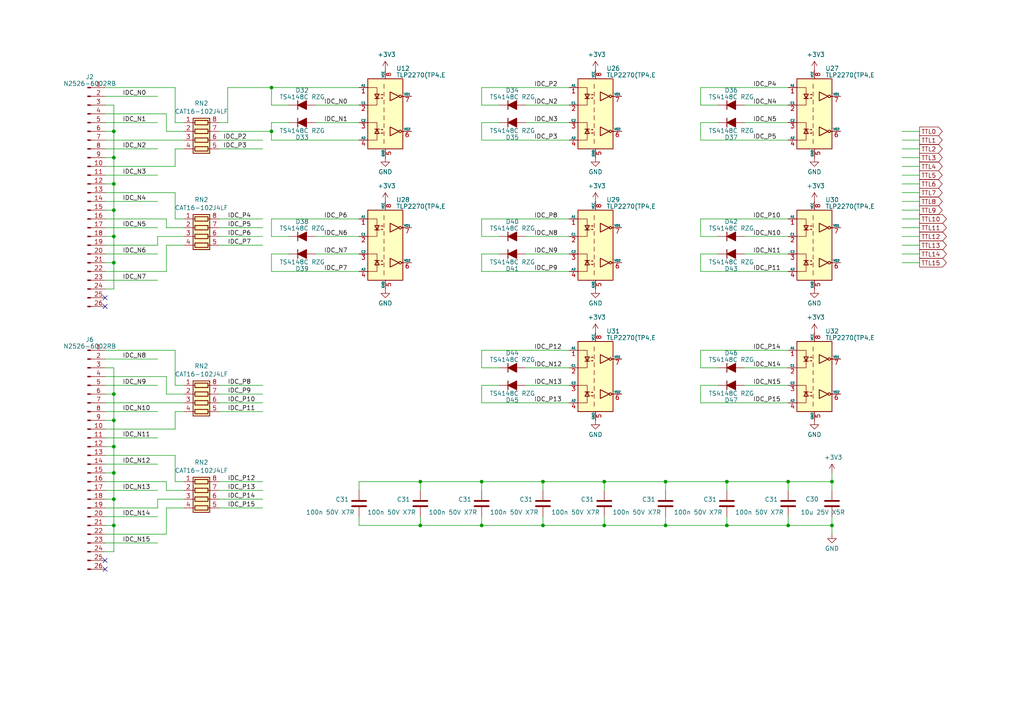
<source format=kicad_sch>
(kicad_sch (version 20230121) (generator eeschema)
  (paper "A4")
  (lib_symbols
    (symbol "Connector:Conn_01x26_Pin" (pin_names (offset 1.016) hide)
      (property "Reference" "J" (at 0 33.02 0))
      (property "Value" "Conn_01x26_Pin" (at 0 -35.56 0))
      (symbol "Conn_01x26_Pin_1_1"
        (polyline (pts (xy 1.27 -33.02) (xy 0.8636 -33.02)) (stroke (width 0.1524)))
        (polyline (pts (xy 1.27 -30.48) (xy 0.8636 -30.48)) (stroke (width 0.1524)))
        (polyline (pts (xy 1.27 -27.94) (xy 0.8636 -27.94)) (stroke (width 0.1524)))
        (polyline (pts (xy 1.27 -25.4) (xy 0.8636 -25.4)) (stroke (width 0.1524)))
        (polyline (pts (xy 1.27 -22.86) (xy 0.8636 -22.86)) (stroke (width 0.1524)))
        (polyline (pts (xy 1.27 -20.32) (xy 0.8636 -20.32)) (stroke (width 0.1524)))
        (polyline (pts (xy 1.27 -17.78) (xy 0.8636 -17.78)) (stroke (width 0.1524)))
        (polyline (pts (xy 1.27 -15.24) (xy 0.8636 -15.24)) (stroke (width 0.1524)))
        (polyline (pts (xy 1.27 -12.7) (xy 0.8636 -12.7)) (stroke (width 0.1524)))
        (polyline (pts (xy 1.27 -10.16) (xy 0.8636 -10.16)) (stroke (width 0.1524)))
        (polyline (pts (xy 1.27 -7.62) (xy 0.8636 -7.62)) (stroke (width 0.1524)))
        (polyline (pts (xy 1.27 -5.08) (xy 0.8636 -5.08)) (stroke (width 0.1524)))
        (polyline (pts (xy 1.27 -2.54) (xy 0.8636 -2.54)) (stroke (width 0.1524)))
        (polyline (pts (xy 1.27 0) (xy 0.8636 0)) (stroke (width 0.1524)))
        (polyline (pts (xy 1.27 2.54) (xy 0.8636 2.54)) (stroke (width 0.1524)))
        (polyline (pts (xy 1.27 5.08) (xy 0.8636 5.08)) (stroke (width 0.1524)))
        (polyline (pts (xy 1.27 7.62) (xy 0.8636 7.62)) (stroke (width 0.1524)))
        (polyline (pts (xy 1.27 10.16) (xy 0.8636 10.16)) (stroke (width 0.1524)))
        (polyline (pts (xy 1.27 12.7) (xy 0.8636 12.7)) (stroke (width 0.1524)))
        (polyline (pts (xy 1.27 15.24) (xy 0.8636 15.24)) (stroke (width 0.1524)))
        (polyline (pts (xy 1.27 17.78) (xy 0.8636 17.78)) (stroke (width 0.1524)))
        (polyline (pts (xy 1.27 20.32) (xy 0.8636 20.32)) (stroke (width 0.1524)))
        (polyline (pts (xy 1.27 22.86) (xy 0.8636 22.86)) (stroke (width 0.1524)))
        (polyline (pts (xy 1.27 25.4) (xy 0.8636 25.4)) (stroke (width 0.1524)))
        (polyline (pts (xy 1.27 27.94) (xy 0.8636 27.94)) (stroke (width 0.1524)))
        (polyline (pts (xy 1.27 30.48) (xy 0.8636 30.48)) (stroke (width 0.1524)))
        (rectangle (start 0.8636 -32.893) (end 0 -33.147) (stroke (width 0.1524)) (fill (type outline)))
        (rectangle (start 0.8636 -30.353) (end 0 -30.607) (stroke (width 0.1524)) (fill (type outline)))
        (rectangle (start 0.8636 -27.813) (end 0 -28.067) (stroke (width 0.1524)) (fill (type outline)))
        (rectangle (start 0.8636 -25.273) (end 0 -25.527) (stroke (width 0.1524)) (fill (type outline)))
        (rectangle (start 0.8636 -22.733) (end 0 -22.987) (stroke (width 0.1524)) (fill (type outline)))
        (rectangle (start 0.8636 -20.193) (end 0 -20.447) (stroke (width 0.1524)) (fill (type outline)))
        (rectangle (start 0.8636 -17.653) (end 0 -17.907) (stroke (width 0.1524)) (fill (type outline)))
        (rectangle (start 0.8636 -15.113) (end 0 -15.367) (stroke (width 0.1524)) (fill (type outline)))
        (rectangle (start 0.8636 -12.573) (end 0 -12.827) (stroke (width 0.1524)) (fill (type outline)))
        (rectangle (start 0.8636 -10.033) (end 0 -10.287) (stroke (width 0.1524)) (fill (type outline)))
        (rectangle (start 0.8636 -7.493) (end 0 -7.747) (stroke (width 0.1524)) (fill (type outline)))
        (rectangle (start 0.8636 -4.953) (end 0 -5.207) (stroke (width 0.1524)) (fill (type outline)))
        (rectangle (start 0.8636 -2.413) (end 0 -2.667) (stroke (width 0.1524)) (fill (type outline)))
        (rectangle (start 0.8636 0.127) (end 0 -0.127) (stroke (width 0.1524)) (fill (type outline)))
        (rectangle (start 0.8636 2.667) (end 0 2.413) (stroke (width 0.1524)) (fill (type outline)))
        (rectangle (start 0.8636 5.207) (end 0 4.953) (stroke (width 0.1524)) (fill (type outline)))
        (rectangle (start 0.8636 7.747) (end 0 7.493) (stroke (width 0.1524)) (fill (type outline)))
        (rectangle (start 0.8636 10.287) (end 0 10.033) (stroke (width 0.1524)) (fill (type outline)))
        (rectangle (start 0.8636 12.827) (end 0 12.573) (stroke (width 0.1524)) (fill (type outline)))
        (rectangle (start 0.8636 15.367) (end 0 15.113) (stroke (width 0.1524)) (fill (type outline)))
        (rectangle (start 0.8636 17.907) (end 0 17.653) (stroke (width 0.1524)) (fill (type outline)))
        (rectangle (start 0.8636 20.447) (end 0 20.193) (stroke (width 0.1524)) (fill (type outline)))
        (rectangle (start 0.8636 22.987) (end 0 22.733) (stroke (width 0.1524)) (fill (type outline)))
        (rectangle (start 0.8636 25.527) (end 0 25.273) (stroke (width 0.1524)) (fill (type outline)))
        (rectangle (start 0.8636 28.067) (end 0 27.813) (stroke (width 0.1524)) (fill (type outline)))
        (rectangle (start 0.8636 30.607) (end 0 30.353) (stroke (width 0.1524)) (fill (type outline)))
        (pin passive line (at 5.08 30.48 180) (length 3.81) (name "Pin_1") (number "1"))
        (pin passive line (at 5.08 7.62 180) (length 3.81) (name "Pin_10") (number "10"))
        (pin passive line (at 5.08 5.08 180) (length 3.81) (name "Pin_11") (number "11"))
        (pin passive line (at 5.08 2.54 180) (length 3.81) (name "Pin_12") (number "12"))
        (pin passive line (at 5.08 0 180) (length 3.81) (name "Pin_13") (number "13"))
        (pin passive line (at 5.08 -2.54 180) (length 3.81) (name "Pin_14") (number "14"))
        (pin passive line (at 5.08 -5.08 180) (length 3.81) (name "Pin_15") (number "15"))
        (pin passive line (at 5.08 -7.62 180) (length 3.81) (name "Pin_16") (number "16"))
        (pin passive line (at 5.08 -10.16 180) (length 3.81) (name "Pin_17") (number "17"))
        (pin passive line (at 5.08 -12.7 180) (length 3.81) (name "Pin_18") (number "18"))
        (pin passive line (at 5.08 -15.24 180) (length 3.81) (name "Pin_19") (number "19"))
        (pin passive line (at 5.08 27.94 180) (length 3.81) (name "Pin_2") (number "2"))
        (pin passive line (at 5.08 -17.78 180) (length 3.81) (name "Pin_20") (number "20"))
        (pin passive line (at 5.08 -20.32 180) (length 3.81) (name "Pin_21") (number "21"))
        (pin passive line (at 5.08 -22.86 180) (length 3.81) (name "Pin_22") (number "22"))
        (pin passive line (at 5.08 -25.4 180) (length 3.81) (name "Pin_23") (number "23"))
        (pin passive line (at 5.08 -27.94 180) (length 3.81) (name "Pin_24") (number "24"))
        (pin passive line (at 5.08 -30.48 180) (length 3.81) (name "Pin_25") (number "25"))
        (pin passive line (at 5.08 -33.02 180) (length 3.81) (name "Pin_26") (number "26"))
        (pin passive line (at 5.08 25.4 180) (length 3.81) (name "Pin_3") (number "3"))
        (pin passive line (at 5.08 22.86 180) (length 3.81) (name "Pin_4") (number "4"))
        (pin passive line (at 5.08 20.32 180) (length 3.81) (name "Pin_5") (number "5"))
        (pin passive line (at 5.08 17.78 180) (length 3.81) (name "Pin_6") (number "6"))
        (pin passive line (at 5.08 15.24 180) (length 3.81) (name "Pin_7") (number "7"))
        (pin passive line (at 5.08 12.7 180) (length 3.81) (name "Pin_8") (number "8"))
        (pin passive line (at 5.08 10.16 180) (length 3.81) (name "Pin_9") (number "9"))
      )
    )
    (symbol "Device:C" (pin_numbers hide) (pin_names (offset 0.254))
      (property "Reference" "C" (at 0.635 2.54 0))
      (property "Value" "C" (at 0.635 -2.54 0))
      (symbol "C_0_1"
        (polyline (pts (xy -2.032 -0.762) (xy 2.032 -0.762)) (stroke (width 0.508)))
        (polyline (pts (xy -2.032 0.762) (xy 2.032 0.762)) (stroke (width 0.508)))
      )
      (symbol "C_1_1"
        (pin passive line (at 0 3.81 270) (length 2.794) (name "~") (number "1"))
        (pin passive line (at 0 -3.81 90) (length 2.794) (name "~") (number "2"))
      )
    )
    (symbol "Device:D_Filled" (pin_numbers hide) (pin_names (offset 1.016) hide)
      (property "Reference" "D" (at 0 2.54 0))
      (property "Value" "D_Filled" (at 0 -2.54 0))
      (symbol "D_Filled_0_1"
        (polyline (pts (xy -1.27 1.27) (xy -1.27 -1.27)) (stroke (width 0.254)))
        (polyline (pts (xy 1.27 0) (xy -1.27 0)))
        (polyline (pts (xy 1.27 1.27) (xy 1.27 -1.27) (xy -1.27 0) (xy 1.27 1.27)) (stroke (width 0.254)) (fill (type outline)))
      )
      (symbol "D_Filled_1_1"
        (pin passive line (at -3.81 0 0) (length 2.54) (name "K") (number "1"))
        (pin passive line (at 3.81 0 180) (length 2.54) (name "A") (number "2"))
      )
    )
    (symbol "Device:R_Pack04" (pin_names (offset 0) hide)
      (property "Reference" "RN" (at -7.62 0 90))
      (property "Value" "R_Pack04" (at 5.08 0 90))
      (symbol "R_Pack04_0_1"
        (rectangle (start -6.35 -2.413) (end 3.81 2.413) (stroke (width 0.254)) (fill (type background)))
        (rectangle (start -5.715 1.905) (end -4.445 -1.905) (stroke (width 0.254)))
        (rectangle (start -3.175 1.905) (end -1.905 -1.905) (stroke (width 0.254)))
        (rectangle (start -0.635 1.905) (end 0.635 -1.905) (stroke (width 0.254)))
        (polyline (pts (xy -5.08 -2.54) (xy -5.08 -1.905)))
        (polyline (pts (xy -5.08 1.905) (xy -5.08 2.54)))
        (polyline (pts (xy -2.54 -2.54) (xy -2.54 -1.905)))
        (polyline (pts (xy -2.54 1.905) (xy -2.54 2.54)))
        (polyline (pts (xy 0 -2.54) (xy 0 -1.905)))
        (polyline (pts (xy 0 1.905) (xy 0 2.54)))
        (polyline (pts (xy 2.54 -2.54) (xy 2.54 -1.905)))
        (polyline (pts (xy 2.54 1.905) (xy 2.54 2.54)))
        (rectangle (start 1.905 1.905) (end 3.175 -1.905) (stroke (width 0.254)))
      )
      (symbol "R_Pack04_1_1"
        (pin passive line (at -5.08 -5.08 90) (length 2.54) (name "R1.1") (number "1"))
        (pin passive line (at -2.54 -5.08 90) (length 2.54) (name "R2.1") (number "2"))
        (pin passive line (at 0 -5.08 90) (length 2.54) (name "R3.1") (number "3"))
        (pin passive line (at 2.54 -5.08 90) (length 2.54) (name "R4.1") (number "4"))
        (pin passive line (at 2.54 5.08 270) (length 2.54) (name "R4.2") (number "5"))
        (pin passive line (at 0 5.08 270) (length 2.54) (name "R3.2") (number "6"))
        (pin passive line (at -2.54 5.08 270) (length 2.54) (name "R2.2") (number "7"))
        (pin passive line (at -5.08 5.08 270) (length 2.54) (name "R1.2") (number "8"))
      )
    )
    (symbol "Isolator:HCPL-063A" (pin_names (offset 0))
      (property "Reference" "U" (at -4.064 11.43 0))
      (property "Value" "HCPL-063A" (at 7.874 11.43 0))
      (symbol "HCPL-063A_0_1"
        (rectangle (start -5.08 10.16) (end 5.08 -10.16) (stroke (width 0.254)) (fill (type background)))
      )
      (symbol "HCPL-063A_1_1"
        (polyline (pts (xy -3.048 -4.445) (xy -1.778 -4.445)) (stroke (width 0.254)))
        (polyline (pts (xy -3.048 4.445) (xy -1.778 4.445)) (stroke (width 0.254)))
        (polyline (pts (xy -0.381 -7.366) (xy -0.381 -8.636)))
        (polyline (pts (xy -0.381 -5.08) (xy -0.381 -6.35)))
        (polyline (pts (xy -0.381 -2.794) (xy -0.381 -4.064)))
        (polyline (pts (xy -0.381 -0.508) (xy -0.381 -1.778)))
        (polyline (pts (xy -0.381 1.778) (xy -0.381 0.508)))
        (polyline (pts (xy -0.381 4.064) (xy -0.381 2.794)))
        (polyline (pts (xy -0.381 6.35) (xy -0.381 5.08)))
        (polyline (pts (xy -0.381 8.636) (xy -0.381 7.366)))
        (polyline (pts (xy 4.699 -5.08) (xy 5.207 -5.08)) (stroke (width 0.254)))
        (polyline (pts (xy 4.699 5.08) (xy 5.334 5.08)) (stroke (width 0.254)))
        (polyline (pts (xy -4.953 -7.62) (xy -2.413 -7.62) (xy -2.413 -5.715)))
        (polyline (pts (xy -4.953 7.62) (xy -2.413 7.62) (xy -2.413 4.318)))
        (polyline (pts (xy -2.413 -5.842) (xy -2.413 -2.54) (xy -4.953 -2.54)))
        (polyline (pts (xy -2.413 4.445) (xy -2.413 2.54) (xy -4.953 2.54)))
        (polyline (pts (xy -2.413 -4.445) (xy -3.048 -5.715) (xy -1.778 -5.715) (xy -2.413 -4.445)) (stroke (width 0.254)))
        (polyline (pts (xy -2.413 4.445) (xy -3.048 5.715) (xy -1.778 5.715) (xy -2.413 4.445)) (stroke (width 0.254)))
        (polyline (pts (xy 3.937 -5.08) (xy 1.397 -3.81) (xy 1.397 -6.35) (xy 3.937 -5.08)) (stroke (width 0.254)))
        (polyline (pts (xy 3.937 5.08) (xy 1.397 6.35) (xy 1.397 3.81) (xy 3.937 5.08)) (stroke (width 0.254)))
        (polyline (pts (xy -1.397 -5.588) (xy -0.635 -5.588) (xy -1.016 -5.715) (xy -1.016 -5.461) (xy -0.635 -5.588)) (stroke (width 0.127)))
        (polyline (pts (xy -1.397 -4.572) (xy -0.635 -4.572) (xy -1.016 -4.699) (xy -1.016 -4.445) (xy -0.635 -4.572)) (stroke (width 0.127)))
        (polyline (pts (xy -1.397 4.572) (xy -0.635 4.572) (xy -1.016 4.445) (xy -1.016 4.699) (xy -0.635 4.572)) (stroke (width 0.127)))
        (polyline (pts (xy -1.397 5.588) (xy -0.635 5.588) (xy -1.016 5.461) (xy -1.016 5.715) (xy -0.635 5.588)) (stroke (width 0.127)))
        (circle (center 4.318 -5.08) (radius 0.3556) (stroke (width 0.254)))
        (circle (center 4.318 5.08) (radius 0.3556) (stroke (width 0.254)))
        (pin passive line (at -7.62 7.62 0) (length 2.54) (name "A1") (number "1"))
        (pin passive line (at -7.62 2.54 0) (length 2.54) (name "C1") (number "2"))
        (pin passive line (at -7.62 -2.54 0) (length 2.54) (name "C2") (number "3"))
        (pin passive line (at -7.62 -7.62 0) (length 2.54) (name "A2") (number "4"))
        (pin power_in line (at 0 -12.7 90) (length 2.54) (name "GND") (number "5"))
        (pin open_collector line (at 7.62 -5.08 180) (length 2.54) (name "VO2") (number "6"))
        (pin open_collector line (at 7.62 5.08 180) (length 2.54) (name "VO1") (number "7"))
        (pin power_in line (at 0 12.7 270) (length 2.54) (name "VCC") (number "8"))
      )
    )
    (symbol "c3Av2_A-rescue:+3.3V-power" (power) (pin_names (offset 0))
      (property "Value" "+3.3V-power" (at 0 3.556 0))
      (symbol "+3.3V-power_0_1"
        (polyline (pts (xy -0.762 1.27) (xy 0 2.54)))
        (polyline (pts (xy 0 0) (xy 0 2.54)))
        (polyline (pts (xy 0 2.54) (xy 0.762 1.27)))
      )
      (symbol "+3.3V-power_1_1"
        (pin power_in line (at 0 0 90) (length 0) hide (name "+3V3") (number "1"))
      )
    )
    (symbol "power:GND" (power) (pin_names (offset 0))
      (property "Value" "GND" (at 0 -3.81 0))
      (symbol "GND_0_1"
        (polyline (pts (xy 0 0) (xy 0 -1.27) (xy 1.27 -1.27) (xy 0 -2.54) (xy -1.27 -1.27) (xy 0 -1.27)))
      )
      (symbol "GND_1_1"
        (pin power_in line (at 0 0 270) (length 0) hide (name "GND") (number "1"))
      )
    )
  )
  (junction (at 33.02 144.78))
  (junction (at 78.74 25.4))
  (junction (at 193.04 152.4))
  (junction (at 33.02 114.3))
  (junction (at 210.82 152.4))
  (junction (at 193.04 139.7))
  (junction (at 121.92 152.4))
  (junction (at 33.02 38.1))
  (junction (at 33.02 152.4))
  (junction (at 241.3 152.4))
  (junction (at 33.02 129.54))
  (junction (at 139.7 139.7))
  (junction (at 241.3 139.7))
  (junction (at 33.02 68.58))
  (junction (at 210.82 139.7))
  (junction (at 33.02 45.72))
  (junction (at 157.48 139.7))
  (junction (at 139.7 152.4))
  (junction (at 33.02 53.34))
  (junction (at 33.02 60.96))
  (junction (at 78.74 38.1))
  (junction (at 121.92 139.7))
  (junction (at 175.26 152.4))
  (junction (at 157.48 152.4))
  (junction (at 33.02 137.16))
  (junction (at 33.02 121.92))
  (junction (at 228.6 139.7))
  (junction (at 33.02 76.2))
  (junction (at 228.6 152.4))
  (junction (at 175.26 139.7))
  (no_connect (at 30.48 88.9))
  (no_connect (at 30.48 165.1))
  (no_connect (at 30.48 86.36))
  (no_connect (at 30.48 162.56))
  (wire (pts (xy 83.82 68.58) (xy 78.74 68.58)))
  (wire (pts (xy 241.3 152.4) (xy 241.3 154.94)))
  (wire (pts (xy 228.6 152.4) (xy 241.3 152.4)))
  (wire (pts (xy 228.6 40.64) (xy 203.2 40.64)))
  (wire (pts (xy 30.48 27.94) (xy 45.72 27.94)))
  (wire (pts (xy 139.7 139.7) (xy 157.48 139.7)))
  (wire (pts (xy 30.48 45.72) (xy 33.02 45.72)))
  (wire (pts (xy 33.02 137.16) (xy 33.02 144.78)))
  (wire (pts (xy 139.7 139.7) (xy 139.7 142.24)))
  (wire (pts (xy 30.48 116.84) (xy 53.34 116.84)))
  (wire (pts (xy 139.7 25.4) (xy 139.7 30.48)))
  (wire (pts (xy 53.34 144.78) (xy 45.72 144.78)))
  (wire (pts (xy 193.04 139.7) (xy 210.82 139.7)))
  (wire (pts (xy 50.8 63.5) (xy 50.8 55.88)))
  (wire (pts (xy 228.6 116.84) (xy 203.2 116.84)))
  (wire (pts (xy 53.34 114.3) (xy 48.26 114.3)))
  (wire (pts (xy 261.62 68.58) (xy 266.7 68.58)))
  (wire (pts (xy 48.26 71.12) (xy 48.26 78.74)))
  (wire (pts (xy 208.28 73.66) (xy 203.2 73.66)))
  (wire (pts (xy 63.5 40.64) (xy 76.2 40.64)))
  (wire (pts (xy 63.5 116.84) (xy 76.2 116.84)))
  (wire (pts (xy 215.9 30.48) (xy 228.6 30.48)))
  (wire (pts (xy 144.78 111.76) (xy 139.7 111.76)))
  (wire (pts (xy 152.4 68.58) (xy 165.1 68.58)))
  (wire (pts (xy 48.26 142.24) (xy 48.26 139.7)))
  (wire (pts (xy 53.34 111.76) (xy 50.8 111.76)))
  (wire (pts (xy 139.7 35.56) (xy 139.7 40.64)))
  (wire (pts (xy 144.78 30.48) (xy 139.7 30.48)))
  (wire (pts (xy 139.7 149.86) (xy 139.7 152.4)))
  (wire (pts (xy 193.04 152.4) (xy 210.82 152.4)))
  (wire (pts (xy 48.26 66.04) (xy 48.26 63.5)))
  (wire (pts (xy 50.8 132.08) (xy 30.48 132.08)))
  (wire (pts (xy 50.8 101.6) (xy 30.48 101.6)))
  (wire (pts (xy 30.48 134.62) (xy 45.72 134.62)))
  (wire (pts (xy 241.3 137.16) (xy 241.3 139.7)))
  (wire (pts (xy 48.26 63.5) (xy 30.48 63.5)))
  (wire (pts (xy 228.6 149.86) (xy 228.6 152.4)))
  (wire (pts (xy 63.5 144.78) (xy 76.2 144.78)))
  (wire (pts (xy 157.48 139.7) (xy 175.26 139.7)))
  (wire (pts (xy 33.02 60.96) (xy 33.02 68.58)))
  (wire (pts (xy 228.6 78.74) (xy 203.2 78.74)))
  (wire (pts (xy 63.5 114.3) (xy 76.2 114.3)))
  (wire (pts (xy 63.5 71.12) (xy 76.2 71.12)))
  (wire (pts (xy 30.48 50.8) (xy 45.72 50.8)))
  (wire (pts (xy 139.7 101.6) (xy 139.7 106.68)))
  (wire (pts (xy 175.26 149.86) (xy 175.26 152.4)))
  (wire (pts (xy 30.48 119.38) (xy 45.72 119.38)))
  (wire (pts (xy 30.48 157.48) (xy 45.72 157.48)))
  (wire (pts (xy 157.48 139.7) (xy 157.48 142.24)))
  (wire (pts (xy 30.48 149.86) (xy 45.72 149.86)))
  (wire (pts (xy 193.04 139.7) (xy 193.04 142.24)))
  (wire (pts (xy 30.48 109.22) (xy 48.26 109.22)))
  (wire (pts (xy 175.26 139.7) (xy 193.04 139.7)))
  (wire (pts (xy 228.6 101.6) (xy 203.2 101.6)))
  (wire (pts (xy 144.78 68.58) (xy 139.7 68.58)))
  (wire (pts (xy 63.5 111.76) (xy 76.2 111.76)))
  (wire (pts (xy 152.4 106.68) (xy 165.1 106.68)))
  (wire (pts (xy 139.7 63.5) (xy 139.7 68.58)))
  (wire (pts (xy 165.1 101.6) (xy 139.7 101.6)))
  (wire (pts (xy 63.5 68.58) (xy 76.2 68.58)))
  (wire (pts (xy 63.5 43.18) (xy 76.2 43.18)))
  (wire (pts (xy 104.14 78.74) (xy 78.74 78.74)))
  (wire (pts (xy 261.62 76.2) (xy 266.7 76.2)))
  (wire (pts (xy 30.48 60.96) (xy 33.02 60.96)))
  (wire (pts (xy 33.02 76.2) (xy 33.02 83.82)))
  (wire (pts (xy 261.62 53.34) (xy 266.7 53.34)))
  (wire (pts (xy 241.3 139.7) (xy 228.6 139.7)))
  (wire (pts (xy 104.14 139.7) (xy 104.14 142.24)))
  (wire (pts (xy 157.48 149.86) (xy 157.48 152.4)))
  (wire (pts (xy 30.48 121.92) (xy 33.02 121.92)))
  (wire (pts (xy 144.78 73.66) (xy 139.7 73.66)))
  (wire (pts (xy 48.26 114.3) (xy 48.26 109.22)))
  (wire (pts (xy 144.78 35.56) (xy 139.7 35.56)))
  (wire (pts (xy 50.8 25.4) (xy 30.48 25.4)))
  (wire (pts (xy 30.48 106.68) (xy 33.02 106.68)))
  (wire (pts (xy 261.62 60.96) (xy 266.7 60.96)))
  (wire (pts (xy 33.02 68.58) (xy 33.02 76.2)))
  (wire (pts (xy 53.34 63.5) (xy 50.8 63.5)))
  (wire (pts (xy 30.48 129.54) (xy 33.02 129.54)))
  (wire (pts (xy 203.2 35.56) (xy 203.2 40.64)))
  (wire (pts (xy 203.2 73.66) (xy 203.2 78.74)))
  (wire (pts (xy 78.74 63.5) (xy 78.74 68.58)))
  (wire (pts (xy 30.48 33.02) (xy 48.26 33.02)))
  (wire (pts (xy 63.5 142.24) (xy 76.2 142.24)))
  (wire (pts (xy 78.74 38.1) (xy 63.5 38.1)))
  (wire (pts (xy 30.48 40.64) (xy 53.34 40.64)))
  (wire (pts (xy 210.82 139.7) (xy 210.82 142.24)))
  (wire (pts (xy 104.14 63.5) (xy 78.74 63.5)))
  (wire (pts (xy 33.02 114.3) (xy 33.02 121.92)))
  (wire (pts (xy 121.92 149.86) (xy 121.92 152.4)))
  (wire (pts (xy 165.1 63.5) (xy 139.7 63.5)))
  (wire (pts (xy 30.48 38.1) (xy 33.02 38.1)))
  (wire (pts (xy 228.6 139.7) (xy 228.6 142.24)))
  (wire (pts (xy 203.2 63.5) (xy 203.2 68.58)))
  (wire (pts (xy 50.8 124.46) (xy 50.8 119.38)))
  (wire (pts (xy 208.28 35.56) (xy 203.2 35.56)))
  (wire (pts (xy 91.44 73.66) (xy 104.14 73.66)))
  (wire (pts (xy 45.72 147.32) (xy 30.48 147.32)))
  (wire (pts (xy 83.82 30.48) (xy 78.74 30.48)))
  (wire (pts (xy 78.74 40.64) (xy 78.74 38.1)))
  (wire (pts (xy 63.5 147.32) (xy 76.2 147.32)))
  (wire (pts (xy 53.34 35.56) (xy 50.8 35.56)))
  (wire (pts (xy 50.8 119.38) (xy 53.34 119.38)))
  (wire (pts (xy 215.9 35.56) (xy 228.6 35.56)))
  (wire (pts (xy 30.48 73.66) (xy 45.72 73.66)))
  (wire (pts (xy 33.02 121.92) (xy 33.02 129.54)))
  (wire (pts (xy 210.82 152.4) (xy 228.6 152.4)))
  (wire (pts (xy 215.9 106.68) (xy 228.6 106.68)))
  (wire (pts (xy 228.6 25.4) (xy 203.2 25.4)))
  (wire (pts (xy 261.62 43.18) (xy 266.7 43.18)))
  (wire (pts (xy 241.3 152.4) (xy 241.3 149.86)))
  (wire (pts (xy 30.48 43.18) (xy 45.72 43.18)))
  (wire (pts (xy 104.14 149.86) (xy 104.14 152.4)))
  (wire (pts (xy 261.62 45.72) (xy 266.7 45.72)))
  (wire (pts (xy 144.78 106.68) (xy 139.7 106.68)))
  (wire (pts (xy 30.48 124.46) (xy 50.8 124.46)))
  (wire (pts (xy 30.48 76.2) (xy 33.02 76.2)))
  (wire (pts (xy 228.6 63.5) (xy 203.2 63.5)))
  (wire (pts (xy 261.62 66.04) (xy 266.7 66.04)))
  (wire (pts (xy 66.04 25.4) (xy 66.04 35.56)))
  (wire (pts (xy 30.48 160.02) (xy 33.02 160.02)))
  (wire (pts (xy 78.74 73.66) (xy 78.74 78.74)))
  (wire (pts (xy 33.02 53.34) (xy 33.02 60.96)))
  (wire (pts (xy 30.48 58.42) (xy 45.72 58.42)))
  (wire (pts (xy 50.8 35.56) (xy 50.8 25.4)))
  (wire (pts (xy 104.14 25.4) (xy 78.74 25.4)))
  (wire (pts (xy 53.34 139.7) (xy 50.8 139.7)))
  (wire (pts (xy 157.48 152.4) (xy 175.26 152.4)))
  (wire (pts (xy 30.48 66.04) (xy 45.72 66.04)))
  (wire (pts (xy 152.4 111.76) (xy 165.1 111.76)))
  (wire (pts (xy 175.26 139.7) (xy 175.26 142.24)))
  (wire (pts (xy 30.48 53.34) (xy 33.02 53.34)))
  (wire (pts (xy 165.1 25.4) (xy 139.7 25.4)))
  (wire (pts (xy 91.44 30.48) (xy 104.14 30.48)))
  (wire (pts (xy 45.72 71.12) (xy 30.48 71.12)))
  (wire (pts (xy 165.1 78.74) (xy 139.7 78.74)))
  (wire (pts (xy 30.48 127) (xy 45.72 127)))
  (wire (pts (xy 152.4 30.48) (xy 165.1 30.48)))
  (wire (pts (xy 261.62 71.12) (xy 266.7 71.12)))
  (wire (pts (xy 63.5 63.5) (xy 76.2 63.5)))
  (wire (pts (xy 210.82 139.7) (xy 228.6 139.7)))
  (wire (pts (xy 165.1 40.64) (xy 139.7 40.64)))
  (wire (pts (xy 53.34 71.12) (xy 48.26 71.12)))
  (wire (pts (xy 30.48 30.48) (xy 33.02 30.48)))
  (wire (pts (xy 152.4 35.56) (xy 165.1 35.56)))
  (wire (pts (xy 53.34 66.04) (xy 48.26 66.04)))
  (wire (pts (xy 66.04 35.56) (xy 63.5 35.56)))
  (wire (pts (xy 261.62 73.66) (xy 266.7 73.66)))
  (wire (pts (xy 91.44 35.56) (xy 104.14 35.56)))
  (wire (pts (xy 50.8 55.88) (xy 30.48 55.88)))
  (wire (pts (xy 63.5 119.38) (xy 76.2 119.38)))
  (wire (pts (xy 48.26 147.32) (xy 48.26 154.94)))
  (wire (pts (xy 50.8 48.26) (xy 50.8 43.18)))
  (wire (pts (xy 208.28 106.68) (xy 203.2 106.68)))
  (wire (pts (xy 50.8 139.7) (xy 50.8 132.08)))
  (wire (pts (xy 78.74 25.4) (xy 78.74 30.48)))
  (wire (pts (xy 121.92 139.7) (xy 121.92 142.24)))
  (wire (pts (xy 210.82 149.86) (xy 210.82 152.4)))
  (wire (pts (xy 139.7 111.76) (xy 139.7 116.84)))
  (wire (pts (xy 33.02 38.1) (xy 33.02 45.72)))
  (wire (pts (xy 30.48 68.58) (xy 33.02 68.58)))
  (wire (pts (xy 193.04 149.86) (xy 193.04 152.4)))
  (wire (pts (xy 261.62 38.1) (xy 266.7 38.1)))
  (wire (pts (xy 83.82 73.66) (xy 78.74 73.66)))
  (wire (pts (xy 48.26 38.1) (xy 48.26 33.02)))
  (wire (pts (xy 50.8 43.18) (xy 53.34 43.18)))
  (wire (pts (xy 53.34 68.58) (xy 45.72 68.58)))
  (wire (pts (xy 53.34 38.1) (xy 48.26 38.1)))
  (wire (pts (xy 261.62 63.5) (xy 266.7 63.5)))
  (wire (pts (xy 203.2 101.6) (xy 203.2 106.68)))
  (wire (pts (xy 208.28 30.48) (xy 203.2 30.48)))
  (wire (pts (xy 215.9 111.76) (xy 228.6 111.76)))
  (wire (pts (xy 30.48 48.26) (xy 50.8 48.26)))
  (wire (pts (xy 165.1 116.84) (xy 139.7 116.84)))
  (wire (pts (xy 45.72 144.78) (xy 45.72 147.32)))
  (wire (pts (xy 63.5 66.04) (xy 76.2 66.04)))
  (wire (pts (xy 152.4 73.66) (xy 165.1 73.66)))
  (wire (pts (xy 175.26 152.4) (xy 193.04 152.4)))
  (wire (pts (xy 78.74 25.4) (xy 66.04 25.4)))
  (wire (pts (xy 104.14 40.64) (xy 78.74 40.64)))
  (wire (pts (xy 30.48 111.76) (xy 45.72 111.76)))
  (wire (pts (xy 241.3 139.7) (xy 241.3 142.24)))
  (wire (pts (xy 215.9 68.58) (xy 228.6 68.58)))
  (wire (pts (xy 53.34 142.24) (xy 48.26 142.24)))
  (wire (pts (xy 104.14 139.7) (xy 121.92 139.7)))
  (wire (pts (xy 63.5 139.7) (xy 76.2 139.7)))
  (wire (pts (xy 30.48 142.24) (xy 45.72 142.24)))
  (wire (pts (xy 48.26 78.74) (xy 30.48 78.74)))
  (wire (pts (xy 83.82 35.56) (xy 78.74 35.56)))
  (wire (pts (xy 139.7 73.66) (xy 139.7 78.74)))
  (wire (pts (xy 30.48 152.4) (xy 33.02 152.4)))
  (wire (pts (xy 104.14 152.4) (xy 121.92 152.4)))
  (wire (pts (xy 78.74 35.56) (xy 78.74 38.1)))
  (wire (pts (xy 33.02 106.68) (xy 33.02 114.3)))
  (wire (pts (xy 208.28 111.76) (xy 203.2 111.76)))
  (wire (pts (xy 33.02 152.4) (xy 33.02 160.02)))
  (wire (pts (xy 33.02 30.48) (xy 33.02 38.1)))
  (wire (pts (xy 203.2 25.4) (xy 203.2 30.48)))
  (wire (pts (xy 30.48 83.82) (xy 33.02 83.82)))
  (wire (pts (xy 261.62 55.88) (xy 266.7 55.88)))
  (wire (pts (xy 261.62 48.26) (xy 266.7 48.26)))
  (wire (pts (xy 50.8 111.76) (xy 50.8 101.6)))
  (wire (pts (xy 33.02 129.54) (xy 33.02 137.16)))
  (wire (pts (xy 33.02 144.78) (xy 33.02 152.4)))
  (wire (pts (xy 53.34 147.32) (xy 48.26 147.32)))
  (wire (pts (xy 261.62 40.64) (xy 266.7 40.64)))
  (wire (pts (xy 30.48 81.28) (xy 45.72 81.28)))
  (wire (pts (xy 30.48 137.16) (xy 33.02 137.16)))
  (wire (pts (xy 139.7 152.4) (xy 157.48 152.4)))
  (wire (pts (xy 261.62 50.8) (xy 266.7 50.8)))
  (wire (pts (xy 30.48 104.14) (xy 45.72 104.14)))
  (wire (pts (xy 48.26 139.7) (xy 30.48 139.7)))
  (wire (pts (xy 91.44 68.58) (xy 104.14 68.58)))
  (wire (pts (xy 30.48 35.56) (xy 45.72 35.56)))
  (wire (pts (xy 30.48 114.3) (xy 33.02 114.3)))
  (wire (pts (xy 33.02 45.72) (xy 33.02 53.34)))
  (wire (pts (xy 121.92 139.7) (xy 139.7 139.7)))
  (wire (pts (xy 45.72 68.58) (xy 45.72 71.12)))
  (wire (pts (xy 215.9 73.66) (xy 228.6 73.66)))
  (wire (pts (xy 203.2 111.76) (xy 203.2 116.84)))
  (wire (pts (xy 48.26 154.94) (xy 30.48 154.94)))
  (wire (pts (xy 121.92 152.4) (xy 139.7 152.4)))
  (wire (pts (xy 30.48 144.78) (xy 33.02 144.78)))
  (wire (pts (xy 261.62 58.42) (xy 266.7 58.42)))
  (wire (pts (xy 208.28 68.58) (xy 203.2 68.58)))
  (label "IDC_N10" (at 35.56 119.38 0))
  (label "IDC_N5" (at 218.44 35.56 0))
  (label "IDC_N6" (at 93.98 68.58 0))
  (label "IDC_N14" (at 35.56 149.86 0))
  (label "IDC_N13" (at 35.56 142.24 0))
  (label "IDC_N1" (at 93.98 35.56 0))
  (label "IDC_P12" (at 154.94 101.6 0))
  (label "IDC_N13" (at 154.94 111.76 0))
  (label "IDC_P14" (at 218.44 101.6 0))
  (label "IDC_P15" (at 66.04 147.32 0))
  (label "IDC_P7" (at 66.04 71.12 0))
  (label "IDC_P6" (at 93.98 63.5 0))
  (label "IDC_N15" (at 218.44 111.76 0))
  (label "IDC_N7" (at 35.56 81.28 0))
  (label "IDC_P15" (at 218.44 116.84 0))
  (label "IDC_N8" (at 35.56 104.14 0))
  (label "IDC_P10" (at 218.44 63.5 0))
  (label "IDC_P5" (at 218.44 40.64 0))
  (label "IDC_P14" (at 66.04 144.78 0))
  (label "IDC_N4" (at 218.44 30.48 0))
  (label "IDC_N9" (at 35.56 111.76 0))
  (label "IDC_N0" (at 93.98 30.48 0))
  (label "IDC_N6" (at 35.56 73.66 0))
  (label "IDC_N5" (at 35.56 66.04 0))
  (label "IDC_P12" (at 66.04 139.7 0))
  (label "IDC_N2" (at 154.94 30.48 0))
  (label "IDC_N0" (at 35.56 27.94 0))
  (label "IDC_P8" (at 66.04 111.76 0))
  (label "IDC_N12" (at 35.56 134.62 0))
  (label "IDC_P9" (at 66.04 114.3 0))
  (label "IDC_N8" (at 154.94 68.58 0))
  (label "IDC_P2" (at 154.94 25.4 0))
  (label "IDC_N11" (at 218.44 73.66 0))
  (label "IDC_P3" (at 154.94 40.64 0))
  (label "IDC_N2" (at 35.56 43.18 0))
  (label "IDC_N11" (at 35.56 127 0))
  (label "IDC_P10" (at 66.04 116.84 0))
  (label "IDC_P5" (at 66.04 66.04 0))
  (label "IDC_P2" (at 64.77 40.64 0))
  (label "IDC_N3" (at 35.56 50.8 0))
  (label "IDC_P13" (at 66.04 142.24 0))
  (label "IDC_N10" (at 218.44 68.58 0))
  (label "IDC_P11" (at 66.04 119.38 0))
  (label "IDC_P4" (at 218.44 25.4 0))
  (label "IDC_N9" (at 154.94 73.66 0))
  (label "IDC_N14" (at 218.44 106.68 0))
  (label "IDC_P9" (at 154.94 78.74 0))
  (label "IDC_P3" (at 64.77 43.18 0))
  (label "IDC_P11" (at 218.44 78.74 0))
  (label "IDC_P8" (at 154.94 63.5 0))
  (label "IDC_P4" (at 66.04 63.5 0))
  (label "IDC_P7" (at 93.98 78.74 0))
  (label "IDC_N3" (at 154.94 35.56 0))
  (label "IDC_P6" (at 66.04 68.58 0))
  (label "IDC_N4" (at 35.56 58.42 0))
  (label "IDC_N7" (at 93.98 73.66 0))
  (label "IDC_N12" (at 154.94 106.68 0))
  (label "IDC_N1" (at 35.56 35.56 0))
  (label "IDC_N15" (at 35.56 157.48 0))
  (label "IDC_P13" (at 154.94 116.84 0))
  (global_label "TTL11" (shape output) (at 266.7 66.04 0) (property "Intersheetrefs" "${INTERSHEET_REFS}" (effects hide)))
  (global_label "TTL5" (shape output) (at 266.7 50.8 0) (property "Intersheetrefs" "${INTERSHEET_REFS}" (effects hide)))
  (global_label "TTL6" (shape output) (at 266.7 53.34 0) (property "Intersheetrefs" "${INTERSHEET_REFS}" (effects hide)))
  (global_label "TTL13" (shape output) (at 266.7 71.12 0) (property "Intersheetrefs" "${INTERSHEET_REFS}" (effects hide)))
  (global_label "TTL12" (shape output) (at 266.7 68.58 0) (property "Intersheetrefs" "${INTERSHEET_REFS}" (effects hide)))
  (global_label "TTL7" (shape output) (at 266.7 55.88 0) (property "Intersheetrefs" "${INTERSHEET_REFS}" (effects hide)))
  (global_label "TTL9" (shape output) (at 266.7 60.96 0) (property "Intersheetrefs" "${INTERSHEET_REFS}" (effects hide)))
  (global_label "TTL14" (shape output) (at 266.7 73.66 0) (property "Intersheetrefs" "${INTERSHEET_REFS}" (effects hide)))
  (global_label "TTL0" (shape output) (at 266.7 38.1 0) (property "Intersheetrefs" "${INTERSHEET_REFS}" (effects hide)))
  (global_label "TTL10" (shape output) (at 266.7 63.5 0) (property "Intersheetrefs" "${INTERSHEET_REFS}" (effects hide)))
  (global_label "TTL3" (shape output) (at 266.7 45.72 0) (property "Intersheetrefs" "${INTERSHEET_REFS}" (effects hide)))
  (global_label "TTL1" (shape output) (at 266.7 40.64 0) (property "Intersheetrefs" "${INTERSHEET_REFS}" (effects hide)))
  (global_label "TTL15" (shape output) (at 266.7 76.2 0) (property "Intersheetrefs" "${INTERSHEET_REFS}" (effects hide)))
  (global_label "TTL8" (shape output) (at 266.7 58.42 0) (property "Intersheetrefs" "${INTERSHEET_REFS}" (effects hide)))
  (global_label "TTL4" (shape output) (at 266.7 48.26 0) (property "Intersheetrefs" "${INTERSHEET_REFS}" (effects hide)))
  (global_label "TTL2" (shape output) (at 266.7 43.18 0) (property "Intersheetrefs" "${INTERSHEET_REFS}" (effects hide)))
  (symbol (lib_id "power:GND") (at 111.76 45.72 0) (unit 1)
    (property "Reference" "#PWR087" (effects hide))
    (property "Value" "GND" (at 111.76 49.8555 0))
  )
  (symbol (lib_id "c3Av2_A-rescue:+3.3V-power") (at 236.22 58.42 0) (unit 1)
    (property "Reference" "#PWR030" (effects hide))
    (property "Value" "+3.3V" (at 236.601 53.9242 0))
    (instances (project "current3x3A_Artiq" (path "" (reference "#PWR030") (unit 1)) (path "" (reference "#PWR030") (unit 1))) (project "c3Av2_A" (path "" (reference "#PWR0177") (unit 1))))
  )
  (symbol (lib_id "Isolator:HCPL-063A") (at 236.22 71.12 0) (unit 1)
    (property "Reference" "U30" (at 239.3697 57.9501 0) (effects (justify left)))
    (property "Value" "TLP2270(TP4,E" (at 239.3697 59.8711 0) (effects (justify left)))
    (property "Footprint" "Package_SO:SOIC-8_7.5x5.85mm_P1.27mm" (effects hide))
    (property "Datasheet" "http://docs.avagotech.com/docs/AV02-0391EN" (effects hide))
  )
  (symbol (lib_id "Isolator:HCPL-063A") (at 172.72 109.22 0) (unit 1)
    (property "Reference" "U31" (at 175.8697 96.0501 0) (effects (justify left)))
    (property "Value" "TLP2270(TP4,E" (at 175.8697 97.9711 0) (effects (justify left)))
    (property "Footprint" "Package_SO:SOIC-8_7.5x5.85mm_P1.27mm" (effects hide))
    (property "Datasheet" "http://docs.avagotech.com/docs/AV02-0391EN" (effects hide))
  )
  (symbol (lib_id "Isolator:HCPL-063A") (at 236.22 33.02 0) (unit 1)
    (property "Reference" "U27" (at 239.3697 19.8501 0) (effects (justify left)))
    (property "Value" "TLP2270(TP4,E" (at 239.3697 21.7711 0) (effects (justify left)))
    (property "Footprint" "Package_SO:SOIC-8_7.5x5.85mm_P1.27mm" (effects hide))
    (property "Datasheet" "http://docs.avagotech.com/docs/AV02-0391EN" (effects hide))
  )
  (symbol (lib_id "Device:D_Filled") (at 148.59 68.58 0) (unit 1)
    (property "Reference" "D40" (at 148.59 64.3001 0))
    (property "Value" "TS4148C RZG" (at 148.59 66.2211 0))
    (property "Footprint" "Diode_SMD:D_0603_1608Metric" (effects hide))
    (property "Sim.Device" "D" (effects hide))
    (property "Sim.Pins" "1=K 2=A" (effects hide))
  )
  (symbol (lib_id "Device:D_Filled") (at 148.59 35.56 0) (mirror x) (unit 1)
    (property "Reference" "D35" (at 148.59 39.8399 0))
    (property "Value" "TS4148C RZG" (at 148.59 37.9189 0))
    (property "Footprint" "Diode_SMD:D_0603_1608Metric" (effects hide))
    (property "Sim.Device" "D" (effects hide))
    (property "Sim.Pins" "1=K 2=A" (effects hide))
  )
  (symbol (lib_id "power:GND") (at 236.22 121.92 0) (unit 1)
    (property "Reference" "#PWR0184" (effects hide))
    (property "Value" "GND" (at 236.22 126.0555 0))
  )
  (symbol (lib_id "Connector:Conn_01x26_Pin") (at 25.4 55.88 0) (unit 1)
    (property "Reference" "J2" (at 26.035 22.3139 0))
    (property "Value" "N2526-6002RB" (at 26.035 24.2349 0))
    (property "Footprint" "Connector_IDC:IDC-Header_2x13_P2.54mm_Vertical" (effects hide))
  )
  (symbol (lib_id "Device:R_Pack04") (at 58.42 68.58 270) (unit 1)
    (property "Reference" "RN2" (at 58.42 57.912 90))
    (property "Value" "CAT16-102J4LF" (at 58.42 60.2742 90))
    (property "Footprint" "Resistor_SMD:R_Array_Concave_4x0603" (effects hide))
    (instances (project "current3x3A_Artiq" (path "" (reference "RN2") (unit 1)) (path "" (reference "RN2") (unit 1))) (project "c3Av2_A" (path "" (reference "RN1") (unit 1))))
  )
  (symbol (lib_id "Device:C") (at 241.3 146.05 0) (unit 1)
    (property "Reference" "C30" (at 237.49 144.78 0) (effects (justify right)))
    (property "Value" "10u 25V X5R" (at 245.11 148.59 0) (effects (justify right)))
    (property "Footprint" "Capacitor_SMD:C_0603_1608Metric" (effects hide))
    (property "Comm" "GRM188R61E106KA73D" (effects hide))
    (instances (project "current3x3A_Artiq" (path "" (reference "C30") (unit 1)) (path "" (reference "C30") (unit 1))) (project "c3Av2_A" (path "" (reference "C71") (unit 1)) (path "" (reference "C?") (unit 1))))
  )
  (symbol (lib_id "power:GND") (at 236.22 83.82 0) (unit 1)
    (property "Reference" "#PWR0180" (effects hide))
    (property "Value" "GND" (at 236.22 87.9555 0))
  )
  (symbol (lib_id "Device:D_Filled") (at 87.63 30.48 0) (unit 1)
    (property "Reference" "D32" (at 87.63 26.2001 0))
    (property "Value" "TS4148C RZG" (at 87.63 28.1211 0))
    (property "Footprint" "Diode_SMD:D_0603_1608Metric" (effects hide))
    (property "Sim.Device" "D" (effects hide))
    (property "Sim.Pins" "1=K 2=A" (effects hide))
  )
  (symbol (lib_id "c3Av2_A-rescue:+3.3V-power") (at 172.72 96.52 0) (unit 1)
    (property "Reference" "#PWR030" (effects hide))
    (property "Value" "+3.3V" (at 173.101 92.0242 0))
    (instances (project "current3x3A_Artiq" (path "" (reference "#PWR030") (unit 1)) (path "" (reference "#PWR030") (unit 1))) (project "c3Av2_A" (path "" (reference "#PWR0177") (unit 1))))
  )
  (symbol (lib_id "Isolator:HCPL-063A") (at 172.72 71.12 0) (unit 1)
    (property "Reference" "U29" (at 175.8697 57.9501 0) (effects (justify left)))
    (property "Value" "TLP2270(TP4,E" (at 175.8697 59.8711 0) (effects (justify left)))
    (property "Footprint" "Package_SO:SOIC-8_7.5x5.85mm_P1.27mm" (effects hide))
    (property "Datasheet" "http://docs.avagotech.com/docs/AV02-0391EN" (effects hide))
  )
  (symbol (lib_id "Device:R_Pack04") (at 58.42 40.64 270) (unit 1)
    (property "Reference" "RN2" (at 58.42 29.972 90))
    (property "Value" "CAT16-102J4LF" (at 58.42 32.3342 90))
    (property "Footprint" "Resistor_SMD:R_Array_Concave_4x0603" (effects hide))
    (instances (project "current3x3A_Artiq" (path "" (reference "RN2") (unit 1)) (path "" (reference "RN2") (unit 1))) (project "c3Av2_A" (path "" (reference "RN1") (unit 1))))
  )
  (symbol (lib_id "Device:R_Pack04") (at 58.42 116.84 270) (unit 1)
    (property "Reference" "RN2" (at 58.42 106.172 90))
    (property "Value" "CAT16-102J4LF" (at 58.42 108.5342 90))
    (property "Footprint" "Resistor_SMD:R_Array_Concave_4x0603" (effects hide))
    (instances (project "current3x3A_Artiq" (path "" (reference "RN2") (unit 1)) (path "" (reference "RN2") (unit 1))) (project "c3Av2_A" (path "" (reference "RN1") (unit 1))))
  )
  (symbol (lib_id "Device:D_Filled") (at 148.59 106.68 0) (unit 1)
    (property "Reference" "D44" (at 148.59 102.4001 0))
    (property "Value" "TS4148C RZG" (at 148.59 104.3211 0))
    (property "Footprint" "Diode_SMD:D_0603_1608Metric" (effects hide))
    (property "Sim.Device" "D" (effects hide))
    (property "Sim.Pins" "1=K 2=A" (effects hide))
  )
  (symbol (lib_id "Device:C") (at 157.48 146.05 0) (mirror y) (unit 1)
    (property "Reference" "C31" (at 154.559 144.8562 0) (effects (justify left)))
    (property "Value" "100n 50V X7R" (at 156.21 148.59 0) (effects (justify left)))
    (property "Footprint" "Capacitor_SMD:C_0603_1608Metric" (effects hide))
    (instances (project "current3x3A_Artiq" (path "" (reference "C31") (unit 1)) (path "" (reference "C31") (unit 1))) (project "c3Av2_A" (path "" (reference "C91") (unit 1)) (path "" (reference "C?") (unit 1))))
  )
  (symbol (lib_id "Device:C") (at 121.92 146.05 0) (mirror y) (unit 1)
    (property "Reference" "C31" (at 118.999 144.8562 0) (effects (justify left)))
    (property "Value" "100n 50V X7R" (at 120.65 148.59 0) (effects (justify left)))
    (property "Footprint" "Capacitor_SMD:C_0603_1608Metric" (effects hide))
    (instances (project "current3x3A_Artiq" (path "" (reference "C31") (unit 1)) (path "" (reference "C31") (unit 1))) (project "c3Av2_A" (path "" (reference "C91") (unit 1)) (path "" (reference "C?") (unit 1))))
  )
  (symbol (lib_id "Device:D_Filled") (at 148.59 30.48 0) (unit 1)
    (property "Reference" "D34" (at 148.59 26.2001 0))
    (property "Value" "TS4148C RZG" (at 148.59 28.1211 0))
    (property "Footprint" "Diode_SMD:D_0603_1608Metric" (effects hide))
    (property "Sim.Device" "D" (effects hide))
    (property "Sim.Pins" "1=K 2=A" (effects hide))
  )
  (symbol (lib_id "Device:R_Pack04") (at 58.42 144.78 270) (unit 1)
    (property "Reference" "RN2" (at 58.42 134.112 90))
    (property "Value" "CAT16-102J4LF" (at 58.42 136.4742 90))
    (property "Footprint" "Resistor_SMD:R_Array_Concave_4x0603" (effects hide))
    (instances (project "current3x3A_Artiq" (path "" (reference "RN2") (unit 1)) (path "" (reference "RN2") (unit 1))) (project "c3Av2_A" (path "" (reference "RN1") (unit 1))))
  )
  (symbol (lib_id "Isolator:HCPL-063A") (at 111.76 33.02 0) (unit 1)
    (property "Reference" "U12" (at 114.9097 19.8501 0) (effects (justify left)))
    (property "Value" "TLP2270(TP4,E" (at 114.9097 21.7711 0) (effects (justify left)))
    (property "Footprint" "Package_SO:SOIC-8_7.5x5.85mm_P1.27mm" (effects hide))
    (property "Datasheet" "http://docs.avagotech.com/docs/AV02-0391EN" (effects hide))
  )
  (symbol (lib_id "Device:D_Filled") (at 212.09 106.68 0) (unit 1)
    (property "Reference" "D46" (at 212.09 102.4001 0))
    (property "Value" "TS4148C RZG" (at 212.09 104.3211 0))
    (property "Footprint" "Diode_SMD:D_0603_1608Metric" (effects hide))
    (property "Sim.Device" "D" (effects hide))
    (property "Sim.Pins" "1=K 2=A" (effects hide))
  )
  (symbol (lib_id "c3Av2_A-rescue:+3.3V-power") (at 236.22 20.32 0) (unit 1)
    (property "Reference" "#PWR030" (effects hide))
    (property "Value" "+3.3V" (at 236.601 15.8242 0))
    (instances (project "current3x3A_Artiq" (path "" (reference "#PWR030") (unit 1)) (path "" (reference "#PWR030") (unit 1))) (project "c3Av2_A" (path "" (reference "#PWR0177") (unit 1))))
  )
  (symbol (lib_id "Device:D_Filled") (at 212.09 30.48 0) (unit 1)
    (property "Reference" "D36" (at 212.09 26.2001 0))
    (property "Value" "TS4148C RZG" (at 212.09 28.1211 0))
    (property "Footprint" "Diode_SMD:D_0603_1608Metric" (effects hide))
    (property "Sim.Device" "D" (effects hide))
    (property "Sim.Pins" "1=K 2=A" (effects hide))
  )
  (symbol (lib_id "Device:C") (at 175.26 146.05 0) (mirror y) (unit 1)
    (property "Reference" "C31" (at 172.339 144.8562 0) (effects (justify left)))
    (property "Value" "100n 50V X7R" (at 173.99 148.59 0) (effects (justify left)))
    (property "Footprint" "Capacitor_SMD:C_0603_1608Metric" (effects hide))
    (instances (project "current3x3A_Artiq" (path "" (reference "C31") (unit 1)) (path "" (reference "C31") (unit 1))) (project "c3Av2_A" (path "" (reference "C91") (unit 1)) (path "" (reference "C?") (unit 1))))
  )
  (symbol (lib_id "c3Av2_A-rescue:+3.3V-power") (at 111.76 58.42 0) (unit 1)
    (property "Reference" "#PWR030" (effects hide))
    (property "Value" "+3.3V" (at 112.141 53.9242 0))
    (instances (project "current3x3A_Artiq" (path "" (reference "#PWR030") (unit 1)) (path "" (reference "#PWR030") (unit 1))) (project "c3Av2_A" (path "" (reference "#PWR0177") (unit 1))))
  )
  (symbol (lib_id "Connector:Conn_01x26_Pin") (at 25.4 132.08 0) (unit 1)
    (property "Reference" "J6" (at 26.035 98.5139 0))
    (property "Value" "N2526-6002RB" (at 26.035 100.4349 0))
    (property "Footprint" "Connector_IDC:IDC-Header_2x13_P2.54mm_Vertical" (effects hide))
  )
  (symbol (lib_id "c3Av2_A-rescue:+3.3V-power") (at 236.22 96.52 0) (unit 1)
    (property "Reference" "#PWR030" (effects hide))
    (property "Value" "+3.3V" (at 236.601 92.0242 0))
    (instances (project "current3x3A_Artiq" (path "" (reference "#PWR030") (unit 1)) (path "" (reference "#PWR030") (unit 1))) (project "c3Av2_A" (path "" (reference "#PWR0177") (unit 1))))
  )
  (symbol (lib_id "power:GND") (at 241.3 154.94 0) (unit 1)
    (property "Reference" "#PWR07" (effects hide))
    (property "Value" "GND" (at 241.3 159.0755 0))
  )
  (symbol (lib_id "Device:D_Filled") (at 87.63 73.66 0) (mirror x) (unit 1)
    (property "Reference" "D39" (at 87.63 77.9399 0))
    (property "Value" "TS4148C RZG" (at 87.63 76.0189 0))
    (property "Footprint" "Diode_SMD:D_0603_1608Metric" (effects hide))
    (property "Sim.Device" "D" (effects hide))
    (property "Sim.Pins" "1=K 2=A" (effects hide))
  )
  (symbol (lib_id "c3Av2_A-rescue:+3.3V-power") (at 241.3 137.16 0) (unit 1)
    (property "Reference" "#PWR030" (effects hide))
    (property "Value" "+3.3V" (at 241.681 132.6642 0))
    (instances (project "current3x3A_Artiq" (path "" (reference "#PWR030") (unit 1)) (path "" (reference "#PWR030") (unit 1))) (project "c3Av2_A" (path "" (reference "#PWR0177") (unit 1))))
  )
  (symbol (lib_id "Device:C") (at 193.04 146.05 0) (mirror y) (unit 1)
    (property "Reference" "C31" (at 190.119 144.8562 0) (effects (justify left)))
    (property "Value" "100n 50V X7R" (at 191.77 148.59 0) (effects (justify left)))
    (property "Footprint" "Capacitor_SMD:C_0603_1608Metric" (effects hide))
    (instances (project "current3x3A_Artiq" (path "" (reference "C31") (unit 1)) (path "" (reference "C31") (unit 1))) (project "c3Av2_A" (path "" (reference "C91") (unit 1)) (path "" (reference "C?") (unit 1))))
  )
  (symbol (lib_id "power:GND") (at 236.22 45.72 0) (unit 1)
    (property "Reference" "#PWR0101" (effects hide))
    (property "Value" "GND" (at 236.22 49.8555 0))
  )
  (symbol (lib_id "Device:D_Filled") (at 148.59 111.76 0) (mirror x) (unit 1)
    (property "Reference" "D45" (at 148.59 116.0399 0))
    (property "Value" "TS4148C RZG" (at 148.59 114.1189 0))
    (property "Footprint" "Diode_SMD:D_0603_1608Metric" (effects hide))
    (property "Sim.Device" "D" (effects hide))
    (property "Sim.Pins" "1=K 2=A" (effects hide))
  )
  (symbol (lib_id "Device:D_Filled") (at 87.63 68.58 0) (unit 1)
    (property "Reference" "D38" (at 87.63 64.3001 0))
    (property "Value" "TS4148C RZG" (at 87.63 66.2211 0))
    (property "Footprint" "Diode_SMD:D_0603_1608Metric" (effects hide))
    (property "Sim.Device" "D" (effects hide))
    (property "Sim.Pins" "1=K 2=A" (effects hide))
  )
  (symbol (lib_id "Device:C") (at 228.6 146.05 0) (mirror y) (unit 1)
    (property "Reference" "C31" (at 225.679 144.8562 0) (effects (justify left)))
    (property "Value" "100n 50V X7R" (at 227.33 148.59 0) (effects (justify left)))
    (property "Footprint" "Capacitor_SMD:C_0603_1608Metric" (effects hide))
    (instances (project "current3x3A_Artiq" (path "" (reference "C31") (unit 1)) (path "" (reference "C31") (unit 1))) (project "c3Av2_A" (path "" (reference "C91") (unit 1)) (path "" (reference "C?") (unit 1))))
  )
  (symbol (lib_id "Device:C") (at 210.82 146.05 0) (mirror y) (unit 1)
    (property "Reference" "C31" (at 207.899 144.8562 0) (effects (justify left)))
    (property "Value" "100n 50V X7R" (at 209.55 148.59 0) (effects (justify left)))
    (property "Footprint" "Capacitor_SMD:C_0603_1608Metric" (effects hide))
    (instances (project "current3x3A_Artiq" (path "" (reference "C31") (unit 1)) (path "" (reference "C31") (unit 1))) (project "c3Av2_A" (path "" (reference "C91") (unit 1)) (path "" (reference "C?") (unit 1))))
  )
  (symbol (lib_id "Device:D_Filled") (at 212.09 68.58 0) (unit 1)
    (property "Reference" "D42" (at 212.09 64.3001 0))
    (property "Value" "TS4148C RZG" (at 212.09 66.2211 0))
    (property "Footprint" "Diode_SMD:D_0603_1608Metric" (effects hide))
    (property "Sim.Device" "D" (effects hide))
    (property "Sim.Pins" "1=K 2=A" (effects hide))
  )
  (symbol (lib_id "Device:C") (at 139.7 146.05 0) (mirror y) (unit 1)
    (property "Reference" "C31" (at 136.779 144.8562 0) (effects (justify left)))
    (property "Value" "100n 50V X7R" (at 138.43 148.59 0) (effects (justify left)))
    (property "Footprint" "Capacitor_SMD:C_0603_1608Metric" (effects hide))
    (instances (project "current3x3A_Artiq" (path "" (reference "C31") (unit 1)) (path "" (reference "C31") (unit 1))) (project "c3Av2_A" (path "" (reference "C91") (unit 1)) (path "" (reference "C?") (unit 1))))
  )
  (symbol (lib_id "c3Av2_A-rescue:+3.3V-power") (at 111.76 20.32 0) (unit 1)
    (property "Reference" "#PWR030" (effects hide))
    (property "Value" "+3.3V" (at 112.141 15.8242 0))
    (instances (project "current3x3A_Artiq" (path "" (reference "#PWR030") (unit 1)) (path "" (reference "#PWR030") (unit 1))) (project "c3Av2_A" (path "" (reference "#PWR0177") (unit 1))))
  )
  (symbol (lib_id "Device:D_Filled") (at 212.09 35.56 0) (mirror x) (unit 1)
    (property "Reference" "D37" (at 212.09 39.8399 0))
    (property "Value" "TS4148C RZG" (at 212.09 37.9189 0))
    (property "Footprint" "Diode_SMD:D_0603_1608Metric" (effects hide))
    (property "Sim.Device" "D" (effects hide))
    (property "Sim.Pins" "1=K 2=A" (effects hide))
  )
  (symbol (lib_id "power:GND") (at 172.72 83.82 0) (unit 1)
    (property "Reference" "#PWR0178" (effects hide))
    (property "Value" "GND" (at 172.72 87.9555 0))
  )
  (symbol (lib_id "Device:D_Filled") (at 212.09 111.76 0) (mirror x) (unit 1)
    (property "Reference" "D47" (at 212.09 116.0399 0))
    (property "Value" "TS4148C RZG" (at 212.09 114.1189 0))
    (property "Footprint" "Diode_SMD:D_0603_1608Metric" (effects hide))
    (property "Sim.Device" "D" (effects hide))
    (property "Sim.Pins" "1=K 2=A" (effects hide))
  )
  (symbol (lib_id "power:GND") (at 172.72 45.72 0) (unit 1)
    (property "Reference" "#PWR091" (effects hide))
    (property "Value" "GND" (at 172.72 49.8555 0))
  )
  (symbol (lib_id "Isolator:HCPL-063A") (at 172.72 33.02 0) (unit 1)
    (property "Reference" "U26" (at 175.8697 19.8501 0) (effects (justify left)))
    (property "Value" "TLP2270(TP4,E" (at 175.8697 21.7711 0) (effects (justify left)))
    (property "Footprint" "Package_SO:SOIC-8_7.5x5.85mm_P1.27mm" (effects hide))
    (property "Datasheet" "http://docs.avagotech.com/docs/AV02-0391EN" (effects hide))
  )
  (symbol (lib_id "Isolator:HCPL-063A") (at 111.76 71.12 0) (unit 1)
    (property "Reference" "U28" (at 114.9097 57.9501 0) (effects (justify left)))
    (property "Value" "TLP2270(TP4,E" (at 114.9097 59.8711 0) (effects (justify left)))
    (property "Footprint" "Package_SO:SOIC-8_7.5x5.85mm_P1.27mm" (effects hide))
    (property "Datasheet" "http://docs.avagotech.com/docs/AV02-0391EN" (effects hide))
  )
  (symbol (lib_id "c3Av2_A-rescue:+3.3V-power") (at 172.72 58.42 0) (unit 1)
    (property "Reference" "#PWR030" (effects hide))
    (property "Value" "+3.3V" (at 173.101 53.9242 0))
    (instances (project "current3x3A_Artiq" (path "" (reference "#PWR030") (unit 1)) (path "" (reference "#PWR030") (unit 1))) (project "c3Av2_A" (path "" (reference "#PWR0177") (unit 1))))
  )
  (symbol (lib_id "Device:D_Filled") (at 212.09 73.66 0) (mirror x) (unit 1)
    (property "Reference" "D43" (at 212.09 77.9399 0))
    (property "Value" "TS4148C RZG" (at 212.09 76.0189 0))
    (property "Footprint" "Diode_SMD:D_0603_1608Metric" (effects hide))
    (property "Sim.Device" "D" (effects hide))
    (property "Sim.Pins" "1=K 2=A" (effects hide))
  )
  (symbol (lib_id "power:GND") (at 111.76 83.82 0) (unit 1)
    (property "Reference" "#PWR0176" (effects hide))
    (property "Value" "GND" (at 111.76 87.9555 0))
  )
  (symbol (lib_id "Device:D_Filled") (at 87.63 35.56 0) (mirror x) (unit 1)
    (property "Reference" "D33" (at 87.63 39.8399 0))
    (property "Value" "TS4148C RZG" (at 87.63 37.9189 0))
    (property "Footprint" "Diode_SMD:D_0603_1608Metric" (effects hide))
    (property "Sim.Device" "D" (effects hide))
    (property "Sim.Pins" "1=K 2=A" (effects hide))
  )
  (symbol (lib_id "c3Av2_A-rescue:+3.3V-power") (at 172.72 20.32 0) (unit 1)
    (property "Reference" "#PWR030" (effects hide))
    (property "Value" "+3.3V" (at 173.101 15.8242 0))
    (instances (project "current3x3A_Artiq" (path "" (reference "#PWR030") (unit 1)) (path "" (reference "#PWR030") (unit 1))) (project "c3Av2_A" (path "" (reference "#PWR0177") (unit 1))))
  )
  (symbol (lib_id "Isolator:HCPL-063A") (at 236.22 109.22 0) (unit 1)
    (property "Reference" "U32" (at 239.3697 96.0501 0) (effects (justify left)))
    (property "Value" "TLP2270(TP4,E" (at 239.3697 97.9711 0) (effects (justify left)))
    (property "Footprint" "Package_SO:SOIC-8_7.5x5.85mm_P1.27mm" (effects hide))
    (property "Datasheet" "http://docs.avagotech.com/docs/AV02-0391EN" (effects hide))
  )
  (symbol (lib_id "power:GND") (at 172.72 121.92 0) (unit 1)
    (property "Reference" "#PWR0182" (effects hide))
    (property "Value" "GND" (at 172.72 126.0555 0))
  )
  (symbol (lib_id "Device:D_Filled") (at 148.59 73.66 0) (mirror x) (unit 1)
    (property "Reference" "D41" (at 148.59 77.9399 0))
    (property "Value" "TS4148C RZG" (at 148.59 76.0189 0))
    (property "Footprint" "Diode_SMD:D_0603_1608Metric" (effects hide))
    (property "Sim.Device" "D" (effects hide))
    (property "Sim.Pins" "1=K 2=A" (effects hide))
  )
  (symbol (lib_id "Device:C") (at 104.14 146.05 0) (mirror y) (unit 1)
    (property "Reference" "C31" (at 101.219 144.8562 0) (effects (justify left)))
    (property "Value" "100n 50V X7R" (at 102.87 148.59 0) (effects (justify left)))
    (property "Footprint" "Capacitor_SMD:C_0603_1608Metric" (effects hide))
    (instances (project "current3x3A_Artiq" (path "" (reference "C31") (unit 1)) (path "" (reference "C31") (unit 1))) (project "c3Av2_A" (path "" (reference "C91") (unit 1)) (path "" (reference "C?") (unit 1))))
  )
)
</source>
